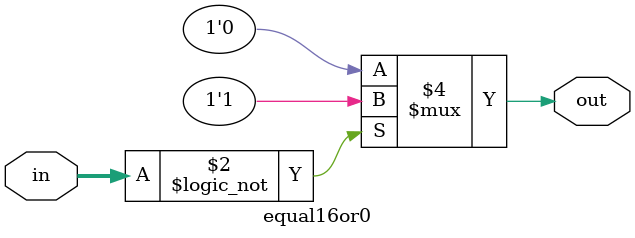
<source format=v>
module equal16or0(
    input wire [7:0] in, 
    output reg out);

    always @* begin
        if (in == 0) begin
            out = 1'b1;
        end else begin
            out = 1'b0;
        end
    end

endmodule

</source>
